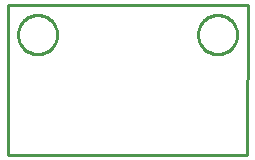
<source format=gbr>
G04 EAGLE Gerber RS-274X export*
G75*
%MOMM*%
%FSLAX34Y34*%
%LPD*%
%IN*%
%IPPOS*%
%AMOC8*
5,1,8,0,0,1.08239X$1,22.5*%
G01*
%ADD10C,0.254000*%


D10*
X0Y0D02*
X203000Y0D01*
X203200Y127000D01*
X0Y127000D01*
X0Y0D01*
X41910Y101060D02*
X41839Y99981D01*
X41698Y98909D01*
X41487Y97849D01*
X41208Y96805D01*
X40860Y95781D01*
X40446Y94783D01*
X39968Y93813D01*
X39428Y92877D01*
X38827Y91978D01*
X38169Y91121D01*
X37457Y90308D01*
X36692Y89544D01*
X35879Y88831D01*
X35022Y88173D01*
X34123Y87572D01*
X33187Y87032D01*
X32217Y86554D01*
X31219Y86140D01*
X30195Y85792D01*
X29151Y85513D01*
X28091Y85302D01*
X27019Y85161D01*
X25940Y85090D01*
X24860Y85090D01*
X23781Y85161D01*
X22709Y85302D01*
X21649Y85513D01*
X20605Y85792D01*
X19581Y86140D01*
X18583Y86554D01*
X17613Y87032D01*
X16677Y87572D01*
X15778Y88173D01*
X14921Y88831D01*
X14108Y89544D01*
X13344Y90308D01*
X12631Y91121D01*
X11973Y91978D01*
X11372Y92877D01*
X10832Y93813D01*
X10354Y94783D01*
X9940Y95781D01*
X9592Y96805D01*
X9313Y97849D01*
X9102Y98909D01*
X8961Y99981D01*
X8890Y101060D01*
X8890Y102140D01*
X8961Y103219D01*
X9102Y104291D01*
X9313Y105351D01*
X9592Y106395D01*
X9940Y107419D01*
X10354Y108417D01*
X10832Y109387D01*
X11372Y110323D01*
X11973Y111222D01*
X12631Y112079D01*
X13344Y112892D01*
X14108Y113657D01*
X14921Y114369D01*
X15778Y115027D01*
X16677Y115628D01*
X17613Y116168D01*
X18583Y116646D01*
X19581Y117060D01*
X20605Y117408D01*
X21649Y117687D01*
X22709Y117898D01*
X23781Y118039D01*
X24860Y118110D01*
X25940Y118110D01*
X27019Y118039D01*
X28091Y117898D01*
X29151Y117687D01*
X30195Y117408D01*
X31219Y117060D01*
X32217Y116646D01*
X33187Y116168D01*
X34123Y115628D01*
X35022Y115027D01*
X35879Y114369D01*
X36692Y113657D01*
X37457Y112892D01*
X38169Y112079D01*
X38827Y111222D01*
X39428Y110323D01*
X39968Y109387D01*
X40446Y108417D01*
X40860Y107419D01*
X41208Y106395D01*
X41487Y105351D01*
X41698Y104291D01*
X41839Y103219D01*
X41910Y102140D01*
X41910Y101060D01*
X194310Y101060D02*
X194239Y99981D01*
X194098Y98909D01*
X193887Y97849D01*
X193608Y96805D01*
X193260Y95781D01*
X192846Y94783D01*
X192368Y93813D01*
X191828Y92877D01*
X191227Y91978D01*
X190569Y91121D01*
X189857Y90308D01*
X189092Y89544D01*
X188279Y88831D01*
X187422Y88173D01*
X186523Y87572D01*
X185587Y87032D01*
X184617Y86554D01*
X183619Y86140D01*
X182595Y85792D01*
X181551Y85513D01*
X180491Y85302D01*
X179419Y85161D01*
X178340Y85090D01*
X177260Y85090D01*
X176181Y85161D01*
X175109Y85302D01*
X174049Y85513D01*
X173005Y85792D01*
X171981Y86140D01*
X170983Y86554D01*
X170013Y87032D01*
X169077Y87572D01*
X168178Y88173D01*
X167321Y88831D01*
X166508Y89544D01*
X165744Y90308D01*
X165031Y91121D01*
X164373Y91978D01*
X163772Y92877D01*
X163232Y93813D01*
X162754Y94783D01*
X162340Y95781D01*
X161992Y96805D01*
X161713Y97849D01*
X161502Y98909D01*
X161361Y99981D01*
X161290Y101060D01*
X161290Y102140D01*
X161361Y103219D01*
X161502Y104291D01*
X161713Y105351D01*
X161992Y106395D01*
X162340Y107419D01*
X162754Y108417D01*
X163232Y109387D01*
X163772Y110323D01*
X164373Y111222D01*
X165031Y112079D01*
X165744Y112892D01*
X166508Y113657D01*
X167321Y114369D01*
X168178Y115027D01*
X169077Y115628D01*
X170013Y116168D01*
X170983Y116646D01*
X171981Y117060D01*
X173005Y117408D01*
X174049Y117687D01*
X175109Y117898D01*
X176181Y118039D01*
X177260Y118110D01*
X178340Y118110D01*
X179419Y118039D01*
X180491Y117898D01*
X181551Y117687D01*
X182595Y117408D01*
X183619Y117060D01*
X184617Y116646D01*
X185587Y116168D01*
X186523Y115628D01*
X187422Y115027D01*
X188279Y114369D01*
X189092Y113657D01*
X189857Y112892D01*
X190569Y112079D01*
X191227Y111222D01*
X191828Y110323D01*
X192368Y109387D01*
X192846Y108417D01*
X193260Y107419D01*
X193608Y106395D01*
X193887Y105351D01*
X194098Y104291D01*
X194239Y103219D01*
X194310Y102140D01*
X194310Y101060D01*
M02*

</source>
